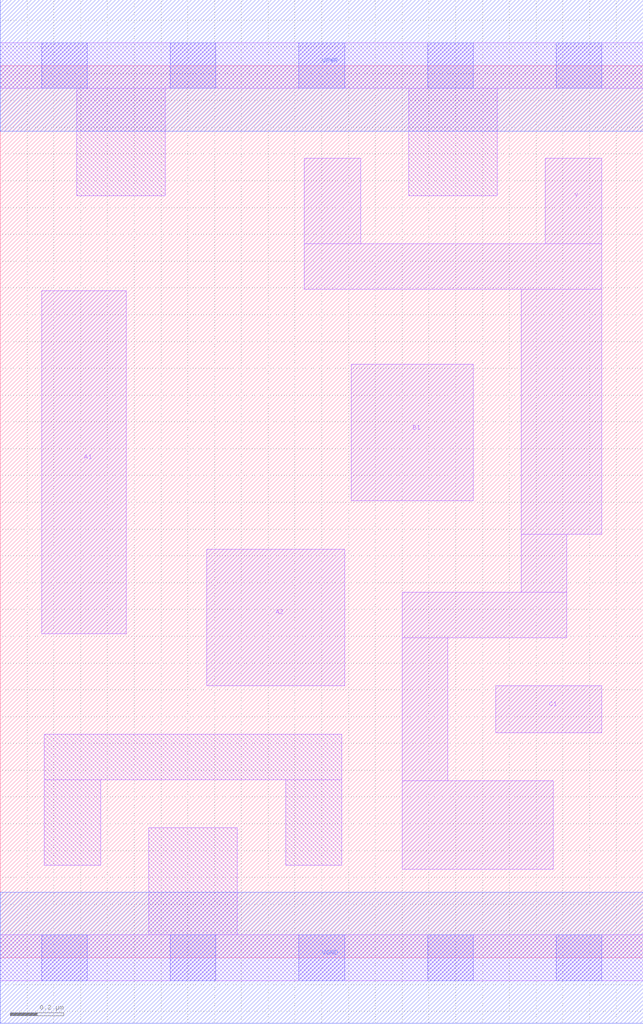
<source format=lef>
# Copyright 2020 The SkyWater PDK Authors
#
# Licensed under the Apache License, Version 2.0 (the "License");
# you may not use this file except in compliance with the License.
# You may obtain a copy of the License at
#
#     https://www.apache.org/licenses/LICENSE-2.0
#
# Unless required by applicable law or agreed to in writing, software
# distributed under the License is distributed on an "AS IS" BASIS,
# WITHOUT WARRANTIES OR CONDITIONS OF ANY KIND, either express or implied.
# See the License for the specific language governing permissions and
# limitations under the License.
#
# SPDX-License-Identifier: Apache-2.0

VERSION 5.7 ;
  NAMESCASESENSITIVE ON ;
  NOWIREEXTENSIONATPIN ON ;
  DIVIDERCHAR "/" ;
  BUSBITCHARS "[]" ;
UNITS
  DATABASE MICRONS 200 ;
END UNITS
MACRO sky130_fd_sc_lp__o211ai_m
  CLASS CORE ;
  FOREIGN sky130_fd_sc_lp__o211ai_m ;
  ORIGIN  0.000000  0.000000 ;
  SIZE  2.400000 BY  3.330000 ;
  SYMMETRY X Y R90 ;
  SITE unit ;
  PIN A1
    ANTENNAGATEAREA  0.126000 ;
    DIRECTION INPUT ;
    USE SIGNAL ;
    PORT
      LAYER li1 ;
        RECT 0.155000 1.210000 0.470000 2.490000 ;
    END
  END A1
  PIN A2
    ANTENNAGATEAREA  0.126000 ;
    DIRECTION INPUT ;
    USE SIGNAL ;
    PORT
      LAYER li1 ;
        RECT 0.770000 1.015000 1.285000 1.525000 ;
    END
  END A2
  PIN B1
    ANTENNAGATEAREA  0.126000 ;
    DIRECTION INPUT ;
    USE SIGNAL ;
    PORT
      LAYER li1 ;
        RECT 1.310000 1.705000 1.765000 2.215000 ;
    END
  END B1
  PIN C1
    ANTENNAGATEAREA  0.126000 ;
    DIRECTION INPUT ;
    USE SIGNAL ;
    PORT
      LAYER li1 ;
        RECT 1.850000 0.840000 2.245000 1.015000 ;
    END
  END C1
  PIN Y
    ANTENNADIFFAREA  0.340200 ;
    DIRECTION OUTPUT ;
    USE SIGNAL ;
    PORT
      LAYER li1 ;
        RECT 1.135000 2.495000 2.245000 2.665000 ;
        RECT 1.135000 2.665000 1.345000 2.985000 ;
        RECT 1.500000 0.330000 2.065000 0.660000 ;
        RECT 1.500000 0.660000 1.670000 1.195000 ;
        RECT 1.500000 1.195000 2.115000 1.365000 ;
        RECT 1.945000 1.365000 2.115000 1.580000 ;
        RECT 1.945000 1.580000 2.245000 2.495000 ;
        RECT 2.035000 2.665000 2.245000 2.985000 ;
    END
  END Y
  PIN VGND
    DIRECTION INOUT ;
    USE GROUND ;
    PORT
      LAYER met1 ;
        RECT 0.000000 -0.245000 2.400000 0.245000 ;
    END
  END VGND
  PIN VPWR
    DIRECTION INOUT ;
    USE POWER ;
    PORT
      LAYER met1 ;
        RECT 0.000000 3.085000 2.400000 3.575000 ;
    END
  END VPWR
  OBS
    LAYER li1 ;
      RECT 0.000000 -0.085000 2.400000 0.085000 ;
      RECT 0.000000  3.245000 2.400000 3.415000 ;
      RECT 0.165000  0.345000 0.375000 0.665000 ;
      RECT 0.165000  0.665000 1.275000 0.835000 ;
      RECT 0.285000  2.845000 0.615000 3.245000 ;
      RECT 0.555000  0.085000 0.885000 0.485000 ;
      RECT 1.065000  0.345000 1.275000 0.665000 ;
      RECT 1.525000  2.845000 1.855000 3.245000 ;
    LAYER mcon ;
      RECT 0.155000 -0.085000 0.325000 0.085000 ;
      RECT 0.155000  3.245000 0.325000 3.415000 ;
      RECT 0.635000 -0.085000 0.805000 0.085000 ;
      RECT 0.635000  3.245000 0.805000 3.415000 ;
      RECT 1.115000 -0.085000 1.285000 0.085000 ;
      RECT 1.115000  3.245000 1.285000 3.415000 ;
      RECT 1.595000 -0.085000 1.765000 0.085000 ;
      RECT 1.595000  3.245000 1.765000 3.415000 ;
      RECT 2.075000 -0.085000 2.245000 0.085000 ;
      RECT 2.075000  3.245000 2.245000 3.415000 ;
  END
END sky130_fd_sc_lp__o211ai_m
END LIBRARY

</source>
